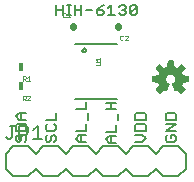
<source format=gbr>
G04 EAGLE Gerber RS-274X export*
G75*
%MOMM*%
%FSLAX34Y34*%
%LPD*%
%INSilkscreen Top*%
%IPPOS*%
%AMOC8*
5,1,8,0,0,1.08239X$1,22.5*%
G01*
%ADD10C,0.152400*%
%ADD11C,0.203200*%
%ADD12C,0.025400*%
%ADD13C,0.558800*%
%ADD14R,0.457200X0.762000*%
%ADD15C,0.127000*%

G36*
X161720Y69996D02*
X161720Y69996D01*
X161828Y70006D01*
X161841Y70012D01*
X161855Y70014D01*
X161952Y70062D01*
X162051Y70107D01*
X162064Y70118D01*
X162073Y70122D01*
X162088Y70138D01*
X162165Y70200D01*
X164750Y72785D01*
X164813Y72874D01*
X164879Y72959D01*
X164884Y72972D01*
X164892Y72984D01*
X164923Y73087D01*
X164959Y73190D01*
X164959Y73204D01*
X164963Y73217D01*
X164959Y73325D01*
X164960Y73434D01*
X164955Y73447D01*
X164955Y73461D01*
X164917Y73563D01*
X164882Y73665D01*
X164873Y73680D01*
X164869Y73689D01*
X164855Y73706D01*
X164801Y73788D01*
X162037Y77178D01*
X162594Y78260D01*
X162600Y78280D01*
X162642Y78375D01*
X163013Y79534D01*
X167364Y79977D01*
X167468Y80005D01*
X167574Y80030D01*
X167586Y80037D01*
X167599Y80040D01*
X167689Y80101D01*
X167782Y80158D01*
X167790Y80169D01*
X167802Y80177D01*
X167868Y80263D01*
X167937Y80347D01*
X167941Y80360D01*
X167950Y80371D01*
X167984Y80474D01*
X168023Y80575D01*
X168024Y80593D01*
X168028Y80602D01*
X168028Y80624D01*
X168037Y80722D01*
X168037Y84378D01*
X168020Y84485D01*
X168006Y84593D01*
X168000Y84605D01*
X167998Y84619D01*
X167946Y84715D01*
X167899Y84812D01*
X167889Y84822D01*
X167883Y84834D01*
X167803Y84908D01*
X167727Y84985D01*
X167715Y84991D01*
X167705Y85001D01*
X167606Y85046D01*
X167509Y85094D01*
X167491Y85098D01*
X167482Y85102D01*
X167461Y85104D01*
X167364Y85123D01*
X163013Y85566D01*
X162642Y86725D01*
X162633Y86742D01*
X162631Y86750D01*
X162627Y86757D01*
X162594Y86840D01*
X162037Y87922D01*
X164801Y91312D01*
X164855Y91406D01*
X164912Y91498D01*
X164915Y91511D01*
X164922Y91523D01*
X164943Y91630D01*
X164968Y91735D01*
X164966Y91749D01*
X164969Y91763D01*
X164954Y91870D01*
X164944Y91978D01*
X164938Y91991D01*
X164936Y92005D01*
X164888Y92102D01*
X164843Y92201D01*
X164832Y92214D01*
X164828Y92223D01*
X164812Y92238D01*
X164750Y92315D01*
X162165Y94900D01*
X162076Y94963D01*
X161991Y95029D01*
X161978Y95034D01*
X161966Y95042D01*
X161863Y95073D01*
X161760Y95109D01*
X161746Y95109D01*
X161733Y95113D01*
X161625Y95109D01*
X161516Y95110D01*
X161503Y95105D01*
X161489Y95105D01*
X161387Y95067D01*
X161285Y95032D01*
X161270Y95023D01*
X161261Y95019D01*
X161244Y95005D01*
X161162Y94951D01*
X157772Y92187D01*
X156690Y92744D01*
X156670Y92750D01*
X156575Y92792D01*
X155416Y93163D01*
X154973Y97514D01*
X154945Y97618D01*
X154920Y97724D01*
X154913Y97736D01*
X154910Y97749D01*
X154849Y97839D01*
X154792Y97932D01*
X154781Y97940D01*
X154773Y97952D01*
X154687Y98018D01*
X154603Y98087D01*
X154590Y98091D01*
X154579Y98100D01*
X154476Y98134D01*
X154375Y98173D01*
X154357Y98174D01*
X154348Y98178D01*
X154326Y98178D01*
X154228Y98187D01*
X150572Y98187D01*
X150465Y98170D01*
X150357Y98156D01*
X150345Y98150D01*
X150331Y98148D01*
X150235Y98096D01*
X150138Y98049D01*
X150128Y98039D01*
X150116Y98033D01*
X150042Y97953D01*
X149965Y97877D01*
X149959Y97865D01*
X149949Y97855D01*
X149904Y97756D01*
X149856Y97659D01*
X149852Y97641D01*
X149848Y97632D01*
X149846Y97611D01*
X149827Y97514D01*
X149384Y93163D01*
X148225Y92792D01*
X148207Y92782D01*
X148110Y92744D01*
X147028Y92187D01*
X143638Y94951D01*
X143544Y95005D01*
X143452Y95062D01*
X143439Y95065D01*
X143427Y95072D01*
X143320Y95093D01*
X143215Y95118D01*
X143201Y95116D01*
X143187Y95119D01*
X143080Y95104D01*
X142972Y95094D01*
X142959Y95088D01*
X142946Y95086D01*
X142848Y95038D01*
X142749Y94993D01*
X142736Y94982D01*
X142727Y94978D01*
X142712Y94962D01*
X142635Y94900D01*
X140050Y92315D01*
X139987Y92226D01*
X139921Y92141D01*
X139916Y92128D01*
X139908Y92116D01*
X139877Y92013D01*
X139841Y91910D01*
X139841Y91896D01*
X139837Y91883D01*
X139841Y91775D01*
X139840Y91666D01*
X139845Y91653D01*
X139845Y91639D01*
X139883Y91537D01*
X139918Y91435D01*
X139927Y91420D01*
X139931Y91411D01*
X139945Y91394D01*
X139999Y91312D01*
X142763Y87922D01*
X142206Y86840D01*
X142200Y86820D01*
X142158Y86725D01*
X141787Y85566D01*
X137436Y85123D01*
X137332Y85095D01*
X137226Y85070D01*
X137214Y85063D01*
X137201Y85060D01*
X137111Y84999D01*
X137018Y84942D01*
X137010Y84931D01*
X136998Y84923D01*
X136932Y84837D01*
X136864Y84753D01*
X136859Y84740D01*
X136850Y84729D01*
X136816Y84626D01*
X136777Y84525D01*
X136776Y84507D01*
X136772Y84498D01*
X136773Y84476D01*
X136763Y84378D01*
X136763Y80722D01*
X136780Y80615D01*
X136794Y80507D01*
X136800Y80495D01*
X136802Y80481D01*
X136854Y80385D01*
X136901Y80288D01*
X136911Y80278D01*
X136917Y80266D01*
X136997Y80192D01*
X137073Y80115D01*
X137085Y80109D01*
X137096Y80099D01*
X137194Y80054D01*
X137291Y80006D01*
X137309Y80002D01*
X137318Y79998D01*
X137339Y79996D01*
X137436Y79977D01*
X141787Y79534D01*
X142158Y78375D01*
X142168Y78357D01*
X142206Y78260D01*
X142763Y77178D01*
X139999Y73788D01*
X139945Y73694D01*
X139888Y73602D01*
X139885Y73589D01*
X139878Y73577D01*
X139857Y73470D01*
X139832Y73365D01*
X139834Y73351D01*
X139831Y73337D01*
X139846Y73230D01*
X139856Y73122D01*
X139862Y73109D01*
X139864Y73096D01*
X139912Y72998D01*
X139957Y72899D01*
X139968Y72886D01*
X139972Y72877D01*
X139988Y72862D01*
X140050Y72785D01*
X142635Y70200D01*
X142724Y70137D01*
X142809Y70071D01*
X142822Y70066D01*
X142834Y70058D01*
X142937Y70027D01*
X143040Y69991D01*
X143054Y69991D01*
X143067Y69987D01*
X143175Y69991D01*
X143284Y69990D01*
X143297Y69995D01*
X143311Y69995D01*
X143413Y70033D01*
X143515Y70068D01*
X143530Y70077D01*
X143539Y70081D01*
X143556Y70095D01*
X143638Y70149D01*
X147028Y72913D01*
X148110Y72356D01*
X148163Y72339D01*
X148212Y72313D01*
X148278Y72302D01*
X148342Y72281D01*
X148398Y72282D01*
X148452Y72273D01*
X148519Y72284D01*
X148586Y72285D01*
X148638Y72303D01*
X148693Y72312D01*
X148753Y72344D01*
X148816Y72367D01*
X148859Y72401D01*
X148909Y72427D01*
X148955Y72476D01*
X149007Y72518D01*
X149038Y72565D01*
X149076Y72605D01*
X149132Y72710D01*
X149140Y72723D01*
X149141Y72728D01*
X149145Y72735D01*
X151298Y77932D01*
X151318Y78016D01*
X151323Y78028D01*
X151325Y78044D01*
X151350Y78130D01*
X151349Y78150D01*
X151354Y78170D01*
X151346Y78252D01*
X151347Y78271D01*
X151343Y78291D01*
X151339Y78374D01*
X151332Y78393D01*
X151330Y78413D01*
X151298Y78482D01*
X151292Y78509D01*
X151277Y78533D01*
X151250Y78602D01*
X151237Y78617D01*
X151229Y78635D01*
X151184Y78684D01*
X151164Y78716D01*
X151132Y78742D01*
X151093Y78788D01*
X151072Y78803D01*
X151062Y78813D01*
X151041Y78825D01*
X150978Y78869D01*
X150975Y78871D01*
X150974Y78871D01*
X150972Y78873D01*
X150088Y79368D01*
X149409Y79995D01*
X148895Y80764D01*
X148575Y81632D01*
X148467Y82549D01*
X148580Y83484D01*
X148911Y84365D01*
X149443Y85142D01*
X150144Y85771D01*
X150974Y86214D01*
X151886Y86448D01*
X152828Y86458D01*
X153744Y86244D01*
X154584Y85819D01*
X155298Y85206D01*
X155847Y84441D01*
X156198Y83567D01*
X156331Y82635D01*
X156239Y81698D01*
X155927Y80810D01*
X155412Y80022D01*
X154725Y79378D01*
X153826Y78872D01*
X153786Y78839D01*
X153744Y78817D01*
X153713Y78784D01*
X153665Y78749D01*
X153652Y78732D01*
X153636Y78719D01*
X153601Y78665D01*
X153577Y78639D01*
X153564Y78608D01*
X153522Y78551D01*
X153516Y78531D01*
X153505Y78513D01*
X153487Y78440D01*
X153477Y78417D01*
X153474Y78393D01*
X153451Y78318D01*
X153452Y78297D01*
X153447Y78276D01*
X153454Y78192D01*
X153453Y78174D01*
X153456Y78158D01*
X153459Y78074D01*
X153467Y78048D01*
X153468Y78033D01*
X153478Y78011D01*
X153502Y77932D01*
X153810Y77187D01*
X153811Y77187D01*
X154121Y76438D01*
X154431Y75689D01*
X154431Y75688D01*
X154742Y74940D01*
X154742Y74939D01*
X155052Y74190D01*
X155362Y73441D01*
X155363Y73441D01*
X155655Y72735D01*
X155684Y72688D01*
X155705Y72636D01*
X155748Y72585D01*
X155784Y72528D01*
X155827Y72493D01*
X155863Y72450D01*
X155920Y72416D01*
X155972Y72373D01*
X156024Y72354D01*
X156072Y72325D01*
X156138Y72311D01*
X156201Y72287D01*
X156256Y72285D01*
X156310Y72274D01*
X156377Y72281D01*
X156444Y72279D01*
X156498Y72295D01*
X156553Y72302D01*
X156664Y72346D01*
X156678Y72350D01*
X156682Y72353D01*
X156690Y72356D01*
X157772Y72913D01*
X161162Y70149D01*
X161256Y70095D01*
X161348Y70038D01*
X161361Y70035D01*
X161373Y70028D01*
X161480Y70007D01*
X161585Y69982D01*
X161599Y69984D01*
X161613Y69981D01*
X161720Y69996D01*
G37*
D10*
X122421Y29464D02*
X128183Y29464D01*
X131064Y32345D01*
X128183Y35226D01*
X122421Y35226D01*
X122421Y38819D02*
X131064Y38819D01*
X131064Y43141D01*
X129623Y44581D01*
X123861Y44581D01*
X122421Y43141D01*
X122421Y38819D01*
X122421Y48174D02*
X131064Y48174D01*
X131064Y52496D01*
X129623Y53937D01*
X123861Y53937D01*
X122421Y52496D01*
X122421Y48174D01*
X148075Y33786D02*
X149515Y35226D01*
X148075Y33786D02*
X148075Y30905D01*
X149515Y29464D01*
X155277Y29464D01*
X156718Y30905D01*
X156718Y33786D01*
X155277Y35226D01*
X152396Y35226D01*
X152396Y32345D01*
X148075Y38819D02*
X156718Y38819D01*
X156718Y44581D02*
X148075Y38819D01*
X148075Y44581D02*
X156718Y44581D01*
X156718Y48174D02*
X148075Y48174D01*
X156718Y48174D02*
X156718Y52496D01*
X155277Y53937D01*
X149515Y53937D01*
X148075Y52496D01*
X148075Y48174D01*
X47915Y34972D02*
X46475Y33532D01*
X46475Y30651D01*
X47915Y29210D01*
X49356Y29210D01*
X50796Y30651D01*
X50796Y33532D01*
X52237Y34972D01*
X53677Y34972D01*
X55118Y33532D01*
X55118Y30651D01*
X53677Y29210D01*
X46475Y42887D02*
X47915Y44327D01*
X46475Y42887D02*
X46475Y40006D01*
X47915Y38565D01*
X53677Y38565D01*
X55118Y40006D01*
X55118Y42887D01*
X53677Y44327D01*
X55118Y47920D02*
X46475Y47920D01*
X55118Y47920D02*
X55118Y53683D01*
X22769Y35226D02*
X21329Y33786D01*
X21329Y30905D01*
X22769Y29464D01*
X24210Y29464D01*
X25650Y30905D01*
X25650Y33786D01*
X27091Y35226D01*
X28531Y35226D01*
X29972Y33786D01*
X29972Y30905D01*
X28531Y29464D01*
X29972Y38819D02*
X21329Y38819D01*
X29972Y38819D02*
X29972Y43141D01*
X28531Y44581D01*
X22769Y44581D01*
X21329Y43141D01*
X21329Y38819D01*
X24210Y48174D02*
X29972Y48174D01*
X24210Y48174D02*
X21329Y51056D01*
X24210Y53937D01*
X29972Y53937D01*
X25650Y53937D02*
X25650Y48174D01*
X74756Y29210D02*
X80518Y29210D01*
X74756Y29210D02*
X71875Y32091D01*
X74756Y34972D01*
X80518Y34972D01*
X76196Y34972D02*
X76196Y29210D01*
X71875Y38565D02*
X80518Y38565D01*
X80518Y44327D01*
X81959Y47920D02*
X81959Y53683D01*
X80518Y57276D02*
X71875Y57276D01*
X80518Y57276D02*
X80518Y63038D01*
X100156Y28702D02*
X105918Y28702D01*
X100156Y28702D02*
X97275Y31583D01*
X100156Y34464D01*
X105918Y34464D01*
X101596Y34464D02*
X101596Y28702D01*
X97275Y38057D02*
X105918Y38057D01*
X105918Y43819D01*
X107359Y47412D02*
X107359Y53175D01*
X105918Y56768D02*
X97275Y56768D01*
X101596Y56768D02*
X101596Y62530D01*
X97275Y62530D02*
X105918Y62530D01*
X55372Y136652D02*
X55372Y145295D01*
X55372Y140974D02*
X61134Y140974D01*
X61134Y145295D02*
X61134Y136652D01*
X64727Y136652D02*
X67608Y136652D01*
X66168Y136652D02*
X66168Y145295D01*
X67608Y145295D02*
X64727Y145295D01*
X70964Y145295D02*
X70964Y136652D01*
X70964Y140974D02*
X76726Y140974D01*
X76726Y145295D02*
X76726Y136652D01*
X80319Y140974D02*
X86081Y140974D01*
X92555Y143855D02*
X95437Y145295D01*
X92555Y143855D02*
X89674Y140974D01*
X89674Y138093D01*
X91115Y136652D01*
X93996Y136652D01*
X95437Y138093D01*
X95437Y139533D01*
X93996Y140974D01*
X89674Y140974D01*
X99030Y142414D02*
X101911Y145295D01*
X101911Y136652D01*
X99030Y136652D02*
X104792Y136652D01*
X108385Y143855D02*
X109825Y145295D01*
X112706Y145295D01*
X114147Y143855D01*
X114147Y142414D01*
X112706Y140974D01*
X111266Y140974D01*
X112706Y140974D02*
X114147Y139533D01*
X114147Y138093D01*
X112706Y136652D01*
X109825Y136652D01*
X108385Y138093D01*
X117740Y138093D02*
X117740Y143855D01*
X119180Y145295D01*
X122062Y145295D01*
X123502Y143855D01*
X123502Y138093D01*
X122062Y136652D01*
X119180Y136652D01*
X117740Y138093D01*
X123502Y143855D01*
X106930Y65280D02*
X70870Y65280D01*
X70870Y112520D02*
X106930Y112520D01*
D11*
X77558Y106934D02*
X77560Y107009D01*
X77566Y107084D01*
X77576Y107159D01*
X77589Y107233D01*
X77607Y107306D01*
X77628Y107378D01*
X77653Y107449D01*
X77682Y107518D01*
X77715Y107586D01*
X77750Y107652D01*
X77790Y107716D01*
X77832Y107778D01*
X77878Y107838D01*
X77927Y107895D01*
X77979Y107949D01*
X78033Y108001D01*
X78090Y108050D01*
X78150Y108096D01*
X78212Y108138D01*
X78276Y108178D01*
X78342Y108213D01*
X78410Y108246D01*
X78479Y108275D01*
X78550Y108300D01*
X78622Y108321D01*
X78695Y108339D01*
X78769Y108352D01*
X78844Y108362D01*
X78919Y108368D01*
X78994Y108370D01*
X79069Y108368D01*
X79144Y108362D01*
X79219Y108352D01*
X79293Y108339D01*
X79366Y108321D01*
X79438Y108300D01*
X79509Y108275D01*
X79578Y108246D01*
X79646Y108213D01*
X79712Y108178D01*
X79776Y108138D01*
X79838Y108096D01*
X79898Y108050D01*
X79955Y108001D01*
X80009Y107949D01*
X80061Y107895D01*
X80110Y107838D01*
X80156Y107778D01*
X80198Y107716D01*
X80238Y107652D01*
X80273Y107586D01*
X80306Y107518D01*
X80335Y107449D01*
X80360Y107378D01*
X80381Y107306D01*
X80399Y107233D01*
X80412Y107159D01*
X80422Y107084D01*
X80428Y107009D01*
X80430Y106934D01*
X80428Y106859D01*
X80422Y106784D01*
X80412Y106709D01*
X80399Y106635D01*
X80381Y106562D01*
X80360Y106490D01*
X80335Y106419D01*
X80306Y106350D01*
X80273Y106282D01*
X80238Y106216D01*
X80198Y106152D01*
X80156Y106090D01*
X80110Y106030D01*
X80061Y105973D01*
X80009Y105919D01*
X79955Y105867D01*
X79898Y105818D01*
X79838Y105772D01*
X79776Y105730D01*
X79712Y105690D01*
X79646Y105655D01*
X79578Y105622D01*
X79509Y105593D01*
X79438Y105568D01*
X79366Y105547D01*
X79293Y105529D01*
X79219Y105516D01*
X79144Y105506D01*
X79069Y105500D01*
X78994Y105498D01*
X78919Y105500D01*
X78844Y105506D01*
X78769Y105516D01*
X78695Y105529D01*
X78622Y105547D01*
X78550Y105568D01*
X78479Y105593D01*
X78410Y105622D01*
X78342Y105655D01*
X78276Y105690D01*
X78212Y105730D01*
X78150Y105772D01*
X78090Y105818D01*
X78033Y105867D01*
X77979Y105919D01*
X77927Y105973D01*
X77878Y106030D01*
X77832Y106090D01*
X77790Y106152D01*
X77750Y106216D01*
X77715Y106282D01*
X77682Y106350D01*
X77653Y106419D01*
X77628Y106490D01*
X77607Y106562D01*
X77589Y106635D01*
X77576Y106709D01*
X77566Y106784D01*
X77560Y106859D01*
X77558Y106934D01*
D12*
X89024Y94243D02*
X92201Y94243D01*
X92837Y94878D01*
X92837Y96149D01*
X92201Y96785D01*
X89024Y96785D01*
X90295Y97985D02*
X89024Y99256D01*
X92837Y99256D01*
X92837Y97985D02*
X92837Y100527D01*
D13*
X69850Y126695D02*
X69850Y127305D01*
D12*
X63629Y137925D02*
X62994Y138560D01*
X61723Y138560D01*
X61087Y137925D01*
X61087Y135383D01*
X61723Y134747D01*
X62994Y134747D01*
X63629Y135383D01*
X64829Y137289D02*
X66100Y138560D01*
X66100Y134747D01*
X64829Y134747D02*
X67371Y134747D01*
D13*
X107950Y127305D02*
X107950Y126695D01*
D12*
X111389Y119256D02*
X112025Y118621D01*
X111389Y119256D02*
X110118Y119256D01*
X109483Y118621D01*
X109483Y116079D01*
X110118Y115443D01*
X111389Y115443D01*
X112025Y116079D01*
X113225Y115443D02*
X115767Y115443D01*
X113225Y115443D02*
X115767Y117985D01*
X115767Y118621D01*
X115132Y119256D01*
X113860Y119256D01*
X113225Y118621D01*
D14*
X25400Y92710D03*
D12*
X26933Y84966D02*
X26933Y81153D01*
X26933Y84966D02*
X28839Y84966D01*
X29475Y84331D01*
X29475Y83060D01*
X28839Y82424D01*
X26933Y82424D01*
X28204Y82424D02*
X29475Y81153D01*
X30675Y83695D02*
X31946Y84966D01*
X31946Y81153D01*
X30675Y81153D02*
X33217Y81153D01*
D14*
X25400Y76200D03*
D12*
X26933Y68456D02*
X26933Y64643D01*
X26933Y68456D02*
X28839Y68456D01*
X29475Y67821D01*
X29475Y66550D01*
X28839Y65914D01*
X26933Y65914D01*
X28204Y65914D02*
X29475Y64643D01*
X30675Y64643D02*
X33217Y64643D01*
X30675Y64643D02*
X33217Y67185D01*
X33217Y67821D01*
X32582Y68456D01*
X31310Y68456D01*
X30675Y67821D01*
D11*
X139700Y19050D02*
X146050Y25400D01*
X158750Y25400D01*
X165100Y19050D01*
X165100Y6350D02*
X158750Y0D01*
X146050Y0D01*
X139700Y6350D01*
X107950Y25400D02*
X95250Y25400D01*
X107950Y25400D02*
X114300Y19050D01*
X114300Y6350D02*
X107950Y0D01*
X114300Y19050D02*
X120650Y25400D01*
X133350Y25400D01*
X139700Y19050D01*
X139700Y6350D02*
X133350Y0D01*
X120650Y0D01*
X114300Y6350D01*
X69850Y25400D02*
X63500Y19050D01*
X69850Y25400D02*
X82550Y25400D01*
X88900Y19050D01*
X88900Y6350D02*
X82550Y0D01*
X69850Y0D01*
X63500Y6350D01*
X88900Y19050D02*
X95250Y25400D01*
X88900Y6350D02*
X95250Y0D01*
X107950Y0D01*
X31750Y25400D02*
X19050Y25400D01*
X31750Y25400D02*
X38100Y19050D01*
X38100Y6350D02*
X31750Y0D01*
X38100Y19050D02*
X44450Y25400D01*
X57150Y25400D01*
X63500Y19050D01*
X63500Y6350D02*
X57150Y0D01*
X44450Y0D01*
X38100Y6350D01*
X12700Y6350D02*
X12700Y19050D01*
X19050Y25400D01*
X12700Y6350D02*
X19050Y0D01*
X31750Y0D01*
X165100Y6350D02*
X165100Y19050D01*
D15*
X14480Y31623D02*
X12573Y33530D01*
X14480Y31623D02*
X16386Y31623D01*
X18293Y33530D01*
X18293Y43063D01*
X16386Y43063D02*
X20200Y43063D01*
X24267Y43063D02*
X24267Y31623D01*
X24267Y43063D02*
X29987Y43063D01*
X31893Y41156D01*
X31893Y37343D01*
X29987Y35436D01*
X24267Y35436D01*
X35961Y39250D02*
X39774Y43063D01*
X39774Y31623D01*
X35961Y31623D02*
X43587Y31623D01*
M02*

</source>
